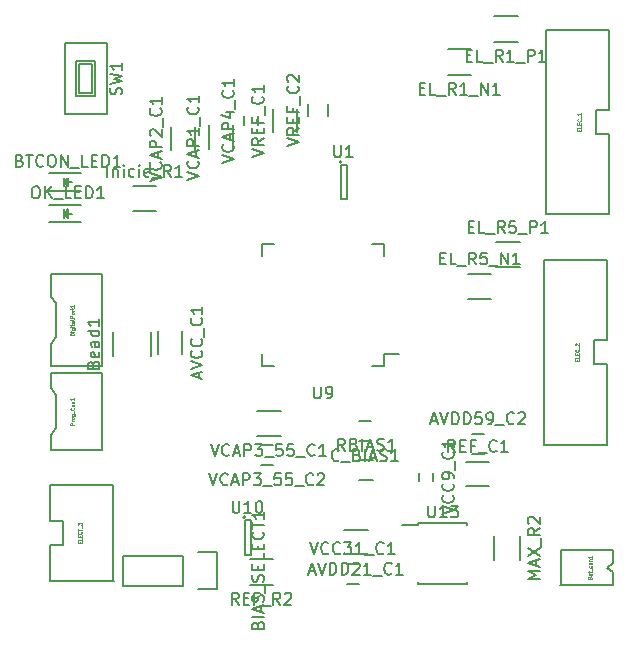
<source format=gto>
G04 #@! TF.FileFunction,Legend,Top*
%FSLAX46Y46*%
G04 Gerber Fmt 4.6, Leading zero omitted, Abs format (unit mm)*
G04 Created by KiCad (PCBNEW 4.0.0-rc2-stable) date 8/02/2016 3:26:42 p. m.*
%MOMM*%
G01*
G04 APERTURE LIST*
%ADD10C,0.150000*%
%ADD11C,0.129540*%
%ADD12C,0.076200*%
G04 APERTURE END LIST*
D10*
X149361000Y-71993000D02*
X149361000Y-69993000D01*
X147311000Y-69993000D02*
X147311000Y-71993000D01*
X163084000Y-88909000D02*
X165084000Y-88909000D01*
X165084000Y-86859000D02*
X163084000Y-86859000D01*
X174947200Y-78702800D02*
X173947200Y-78702800D01*
X173947200Y-80402800D02*
X174947200Y-80402800D01*
X146761200Y-72120760D02*
X146761200Y-70119240D01*
X143560800Y-71120000D02*
X143560800Y-70119240D01*
X143560800Y-71120000D02*
X143560800Y-72120760D01*
X138100000Y-58154000D02*
X140800000Y-58154000D01*
X138100000Y-56654000D02*
X140800000Y-56654000D01*
X139600000Y-57554000D02*
X139600000Y-57304000D01*
X139600000Y-57304000D02*
X139450000Y-57454000D01*
X139350000Y-57054000D02*
X139350000Y-57754000D01*
X139700000Y-57404000D02*
X140050000Y-57404000D01*
X139350000Y-57404000D02*
X139700000Y-57054000D01*
X139700000Y-57054000D02*
X139700000Y-57754000D01*
X139700000Y-57754000D02*
X139350000Y-57404000D01*
X164346000Y-79336000D02*
X165346000Y-79336000D01*
X165346000Y-77636000D02*
X164346000Y-77636000D01*
D11*
X138262360Y-65798700D02*
X138262360Y-65227200D01*
X138262360Y-65227200D02*
X142562580Y-65227200D01*
X142562580Y-65227200D02*
X142562580Y-65577720D01*
X138252200Y-71097140D02*
X138252200Y-72948800D01*
X138252200Y-72948800D02*
X142562580Y-72948800D01*
X142562580Y-72948800D02*
X142562580Y-71818500D01*
X142562580Y-67129660D02*
X142562580Y-65328800D01*
X138262360Y-65829180D02*
X138262360Y-67099180D01*
X138262360Y-67099180D02*
X138663680Y-67657980D01*
X138663680Y-67657980D02*
X138663680Y-70518020D01*
X138663680Y-70518020D02*
X138262360Y-71076820D01*
X142562580Y-71838820D02*
X142562580Y-70010020D01*
X142562580Y-70010020D02*
X142562580Y-70030340D01*
X142562580Y-68569840D02*
X142562580Y-67129660D01*
X142562580Y-68580000D02*
X142562580Y-70040500D01*
X142552420Y-67119500D02*
X142572740Y-67119500D01*
X142572740Y-67119500D02*
X142552420Y-67119500D01*
X142552420Y-67119500D02*
X142562580Y-67119500D01*
X142562580Y-67119500D02*
X142572740Y-67119500D01*
X142572740Y-67119500D02*
X142572740Y-67129660D01*
X138226800Y-83781900D02*
X138219180Y-83052920D01*
X138219180Y-83052920D02*
X143558260Y-83052920D01*
X138219180Y-91180920D02*
X143568420Y-91180920D01*
X143568420Y-91180920D02*
X143568420Y-91170760D01*
X143558260Y-83131660D02*
X143558260Y-83121500D01*
X143558260Y-90512900D02*
X143558260Y-91191080D01*
X138216640Y-90512900D02*
X138216640Y-91180920D01*
X143558260Y-83741260D02*
X143558260Y-83073240D01*
X143558260Y-83761580D02*
X143558260Y-90502740D01*
X138216640Y-90502740D02*
X138216640Y-88132920D01*
X138216640Y-88132920D02*
X139278360Y-88132920D01*
X139278360Y-88132920D02*
X139288520Y-86131400D01*
X139288520Y-86131400D02*
X138216640Y-86131400D01*
X138216640Y-86131400D02*
X138216640Y-83761580D01*
X185503820Y-48254920D02*
X185503820Y-44513500D01*
X185503820Y-44513500D02*
X180164740Y-44513500D01*
X180164740Y-44513500D02*
X180164740Y-48333660D01*
X185503820Y-55704740D02*
X185503820Y-60144660D01*
X185503820Y-60144660D02*
X180164740Y-60144660D01*
X180164740Y-60144660D02*
X180164740Y-56314340D01*
X180164740Y-56314340D02*
X180164740Y-56324500D01*
X180164740Y-48933100D02*
X180164740Y-48254920D01*
X185506360Y-48933100D02*
X185506360Y-48265080D01*
X180164740Y-55704740D02*
X180164740Y-56372760D01*
X180164740Y-55684420D02*
X180164740Y-48943260D01*
X185506360Y-48943260D02*
X185506360Y-51313080D01*
X185506360Y-51313080D02*
X184444640Y-51313080D01*
X184444640Y-51313080D02*
X184434480Y-53314600D01*
X184434480Y-53314600D02*
X185506360Y-53314600D01*
X185506360Y-53314600D02*
X185506360Y-55684420D01*
X185313320Y-67749420D02*
X185313320Y-64008000D01*
X185313320Y-64008000D02*
X179974240Y-64008000D01*
X179974240Y-64008000D02*
X179974240Y-67828160D01*
X185313320Y-75199240D02*
X185313320Y-79639160D01*
X185313320Y-79639160D02*
X179974240Y-79639160D01*
X179974240Y-79639160D02*
X179974240Y-75808840D01*
X179974240Y-75808840D02*
X179974240Y-75819000D01*
X179974240Y-68427600D02*
X179974240Y-67749420D01*
X185315860Y-68427600D02*
X185315860Y-67759580D01*
X179974240Y-75199240D02*
X179974240Y-75867260D01*
X179974240Y-75178920D02*
X179974240Y-68437760D01*
X185315860Y-68437760D02*
X185315860Y-70807580D01*
X185315860Y-70807580D02*
X184254140Y-70807580D01*
X184254140Y-70807580D02*
X184243980Y-72809100D01*
X184243980Y-72809100D02*
X185315860Y-72809100D01*
X185315860Y-72809100D02*
X185315860Y-75178920D01*
D10*
X171847000Y-46169000D02*
X173847000Y-46169000D01*
X173847000Y-48319000D02*
X171847000Y-48319000D01*
X175784000Y-43375000D02*
X177784000Y-43375000D01*
X177784000Y-45525000D02*
X175784000Y-45525000D01*
X175561500Y-67305500D02*
X173561500Y-67305500D01*
X173561500Y-65155500D02*
X175561500Y-65155500D01*
X177974500Y-64638500D02*
X175974500Y-64638500D01*
X175974500Y-62488500D02*
X177974500Y-62488500D01*
X147177000Y-59876000D02*
X145177000Y-59876000D01*
X145177000Y-57726000D02*
X147177000Y-57726000D01*
X175810600Y-89392000D02*
X175810600Y-87392000D01*
X177960600Y-87392000D02*
X177960600Y-89392000D01*
X138100000Y-60821000D02*
X140800000Y-60821000D01*
X138100000Y-59321000D02*
X140800000Y-59321000D01*
X139600000Y-60221000D02*
X139600000Y-59971000D01*
X139600000Y-59971000D02*
X139450000Y-60121000D01*
X139350000Y-59721000D02*
X139350000Y-60421000D01*
X139700000Y-60071000D02*
X140050000Y-60071000D01*
X139350000Y-60071000D02*
X139700000Y-59721000D01*
X139700000Y-59721000D02*
X139700000Y-60421000D01*
X139700000Y-60421000D02*
X139350000Y-60071000D01*
D11*
X142562580Y-75384660D02*
X142562580Y-73583800D01*
X142562580Y-73583800D02*
X138262360Y-73576180D01*
X138262360Y-73576180D02*
X138262360Y-74846180D01*
X138262360Y-74846180D02*
X138663680Y-75404980D01*
X138663680Y-75404980D02*
X138663680Y-78265020D01*
X138663680Y-78265020D02*
X138262360Y-78823820D01*
X138262360Y-78823820D02*
X138272520Y-80093820D01*
X138272520Y-80093820D02*
X138272520Y-80076040D01*
X138262360Y-80093820D02*
X142562580Y-80093820D01*
X142562580Y-80093820D02*
X142562580Y-78265020D01*
X142562580Y-78265020D02*
X142562580Y-78285340D01*
X142562580Y-76824840D02*
X142562580Y-75384660D01*
X142562580Y-76835000D02*
X142562580Y-78295500D01*
X142552420Y-75374500D02*
X142572740Y-75374500D01*
X142572740Y-75374500D02*
X142552420Y-75374500D01*
X142552420Y-75374500D02*
X142562580Y-75374500D01*
X142562580Y-75374500D02*
X142572740Y-75374500D01*
X142572740Y-75374500D02*
X142572740Y-75384660D01*
D10*
X165573000Y-82663000D02*
X164373000Y-82663000D01*
X164373000Y-80913000D02*
X165573000Y-80913000D01*
X175396400Y-81067800D02*
X173396400Y-81067800D01*
X173396400Y-83117800D02*
X175396400Y-83117800D01*
X155083000Y-89349000D02*
X157083000Y-89349000D01*
X157083000Y-91499000D02*
X155083000Y-91499000D01*
X162868000Y-55704000D02*
G75*
G03X162868000Y-55704000I-100000J0D01*
G01*
X163318000Y-55954000D02*
X162818000Y-55954000D01*
X163318000Y-58854000D02*
X163318000Y-55954000D01*
X162818000Y-58854000D02*
X163318000Y-58854000D01*
X162818000Y-55954000D02*
X162818000Y-58854000D01*
X166465000Y-72993000D02*
X166465000Y-71943000D01*
X156115000Y-72993000D02*
X156115000Y-71943000D01*
X156115000Y-62643000D02*
X156115000Y-63693000D01*
X166465000Y-62643000D02*
X166465000Y-63693000D01*
X166465000Y-72993000D02*
X165415000Y-72993000D01*
X166465000Y-62643000D02*
X165415000Y-62643000D01*
X156115000Y-62643000D02*
X157165000Y-62643000D01*
X156115000Y-72993000D02*
X157165000Y-72993000D01*
X166465000Y-71943000D02*
X167740000Y-71943000D01*
X154740000Y-85803000D02*
G75*
G03X154740000Y-85803000I-100000J0D01*
G01*
X155190000Y-86053000D02*
X154690000Y-86053000D01*
X155190000Y-88953000D02*
X155190000Y-86053000D01*
X154690000Y-88953000D02*
X155190000Y-88953000D01*
X154690000Y-86053000D02*
X154690000Y-88953000D01*
X169375000Y-86274200D02*
X169375000Y-86419200D01*
X173525000Y-86274200D02*
X173525000Y-86419200D01*
X173525000Y-91424200D02*
X173525000Y-91279200D01*
X169375000Y-91424200D02*
X169375000Y-91279200D01*
X169375000Y-86274200D02*
X173525000Y-86274200D01*
X169375000Y-91424200D02*
X173525000Y-91424200D01*
X169375000Y-86419200D02*
X167975000Y-86419200D01*
X151629000Y-52594000D02*
X151629000Y-54594000D01*
X153679000Y-54594000D02*
X153679000Y-52594000D01*
X148454000Y-52721000D02*
X148454000Y-54721000D01*
X150504000Y-54721000D02*
X150504000Y-52721000D01*
X155718000Y-78876000D02*
X157718000Y-78876000D01*
X157718000Y-76826000D02*
X155718000Y-76826000D01*
X156091000Y-81368000D02*
X157091000Y-81368000D01*
X157091000Y-79668000D02*
X156091000Y-79668000D01*
X154594000Y-52547000D02*
X154594000Y-51847000D01*
X155794000Y-51847000D02*
X155794000Y-52547000D01*
X170627600Y-81996800D02*
X170627600Y-82696800D01*
X169427600Y-82696800D02*
X169427600Y-81996800D01*
X164330000Y-89701000D02*
X163330000Y-89701000D01*
X163330000Y-91401000D02*
X164330000Y-91401000D01*
X157090000Y-51197000D02*
X157090000Y-53197000D01*
X159140000Y-53197000D02*
X159140000Y-51197000D01*
X160059000Y-50808000D02*
X160059000Y-51808000D01*
X161759000Y-51808000D02*
X161759000Y-50808000D01*
X141774220Y-47401110D02*
X141774220Y-49901110D01*
X141774220Y-49901110D02*
X140674220Y-49901110D01*
X140674220Y-49901110D02*
X140674220Y-47401110D01*
X140674220Y-47401110D02*
X141774220Y-47401110D01*
X140424220Y-47151110D02*
X140424220Y-50151110D01*
X142024220Y-47151110D02*
X142024220Y-50151110D01*
X142024220Y-50151110D02*
X140424220Y-50151110D01*
X142024220Y-47151110D02*
X140424220Y-47151110D01*
X139474220Y-45651110D02*
X139474220Y-51651110D01*
X142974220Y-45651110D02*
X142974220Y-51651110D01*
X142974220Y-45651110D02*
X139474220Y-45651110D01*
X142974220Y-51651110D02*
X139474220Y-51651110D01*
D11*
X181414420Y-90053160D02*
X181414420Y-91493340D01*
X181414420Y-90043000D02*
X181414420Y-88582500D01*
X181414420Y-88582500D02*
X185813700Y-88582500D01*
X185813700Y-88582500D02*
X185813700Y-89644220D01*
X185813700Y-89644220D02*
X185374280Y-90043000D01*
X185374280Y-90043000D02*
X185834020Y-90441780D01*
X185834020Y-90441780D02*
X185834020Y-91503500D01*
X185834020Y-91503500D02*
X181424580Y-91503500D01*
X181424580Y-91503500D02*
X181404260Y-91503500D01*
X181404260Y-91503500D02*
X181424580Y-91503500D01*
X181424580Y-91503500D02*
X181414420Y-91503500D01*
X181414420Y-91503500D02*
X181404260Y-91503500D01*
X181404260Y-91503500D02*
X181404260Y-91493340D01*
D10*
X149479000Y-89027000D02*
X144399000Y-89027000D01*
X144399000Y-89027000D02*
X144399000Y-91567000D01*
X144399000Y-91567000D02*
X149479000Y-91567000D01*
X152299000Y-91847000D02*
X150749000Y-91847000D01*
X149479000Y-91567000D02*
X149479000Y-89027000D01*
X150749000Y-88747000D02*
X152299000Y-88747000D01*
X152299000Y-88747000D02*
X152299000Y-91847000D01*
X150802667Y-74016810D02*
X150802667Y-73540619D01*
X151088381Y-74112048D02*
X150088381Y-73778715D01*
X151088381Y-73445381D01*
X150088381Y-73254905D02*
X151088381Y-72921572D01*
X150088381Y-72588238D01*
X150993143Y-71683476D02*
X151040762Y-71731095D01*
X151088381Y-71873952D01*
X151088381Y-71969190D01*
X151040762Y-72112048D01*
X150945524Y-72207286D01*
X150850286Y-72254905D01*
X150659810Y-72302524D01*
X150516952Y-72302524D01*
X150326476Y-72254905D01*
X150231238Y-72207286D01*
X150136000Y-72112048D01*
X150088381Y-71969190D01*
X150088381Y-71873952D01*
X150136000Y-71731095D01*
X150183619Y-71683476D01*
X150993143Y-70683476D02*
X151040762Y-70731095D01*
X151088381Y-70873952D01*
X151088381Y-70969190D01*
X151040762Y-71112048D01*
X150945524Y-71207286D01*
X150850286Y-71254905D01*
X150659810Y-71302524D01*
X150516952Y-71302524D01*
X150326476Y-71254905D01*
X150231238Y-71207286D01*
X150136000Y-71112048D01*
X150088381Y-70969190D01*
X150088381Y-70873952D01*
X150136000Y-70731095D01*
X150183619Y-70683476D01*
X151183619Y-70493000D02*
X151183619Y-69731095D01*
X150993143Y-68921571D02*
X151040762Y-68969190D01*
X151088381Y-69112047D01*
X151088381Y-69207285D01*
X151040762Y-69350143D01*
X150945524Y-69445381D01*
X150850286Y-69493000D01*
X150659810Y-69540619D01*
X150516952Y-69540619D01*
X150326476Y-69493000D01*
X150231238Y-69445381D01*
X150136000Y-69350143D01*
X150088381Y-69207285D01*
X150088381Y-69112047D01*
X150136000Y-68969190D01*
X150183619Y-68921571D01*
X151088381Y-67969190D02*
X151088381Y-68540619D01*
X151088381Y-68254905D02*
X150088381Y-68254905D01*
X150231238Y-68350143D01*
X150326476Y-68445381D01*
X150374095Y-68540619D01*
X160107809Y-90350667D02*
X160584000Y-90350667D01*
X160012571Y-90636381D02*
X160345904Y-89636381D01*
X160679238Y-90636381D01*
X160869714Y-89636381D02*
X161203047Y-90636381D01*
X161536381Y-89636381D01*
X161869714Y-90636381D02*
X161869714Y-89636381D01*
X162107809Y-89636381D01*
X162250667Y-89684000D01*
X162345905Y-89779238D01*
X162393524Y-89874476D01*
X162441143Y-90064952D01*
X162441143Y-90207810D01*
X162393524Y-90398286D01*
X162345905Y-90493524D01*
X162250667Y-90588762D01*
X162107809Y-90636381D01*
X161869714Y-90636381D01*
X162869714Y-90636381D02*
X162869714Y-89636381D01*
X163107809Y-89636381D01*
X163250667Y-89684000D01*
X163345905Y-89779238D01*
X163393524Y-89874476D01*
X163441143Y-90064952D01*
X163441143Y-90207810D01*
X163393524Y-90398286D01*
X163345905Y-90493524D01*
X163250667Y-90588762D01*
X163107809Y-90636381D01*
X162869714Y-90636381D01*
X163822095Y-89731619D02*
X163869714Y-89684000D01*
X163964952Y-89636381D01*
X164203048Y-89636381D01*
X164298286Y-89684000D01*
X164345905Y-89731619D01*
X164393524Y-89826857D01*
X164393524Y-89922095D01*
X164345905Y-90064952D01*
X163774476Y-90636381D01*
X164393524Y-90636381D01*
X165345905Y-90636381D02*
X164774476Y-90636381D01*
X165060190Y-90636381D02*
X165060190Y-89636381D01*
X164964952Y-89779238D01*
X164869714Y-89874476D01*
X164774476Y-89922095D01*
X165536381Y-90731619D02*
X166298286Y-90731619D01*
X167107810Y-90541143D02*
X167060191Y-90588762D01*
X166917334Y-90636381D01*
X166822096Y-90636381D01*
X166679238Y-90588762D01*
X166584000Y-90493524D01*
X166536381Y-90398286D01*
X166488762Y-90207810D01*
X166488762Y-90064952D01*
X166536381Y-89874476D01*
X166584000Y-89779238D01*
X166679238Y-89684000D01*
X166822096Y-89636381D01*
X166917334Y-89636381D01*
X167060191Y-89684000D01*
X167107810Y-89731619D01*
X168060191Y-90636381D02*
X167488762Y-90636381D01*
X167774476Y-90636381D02*
X167774476Y-89636381D01*
X167679238Y-89779238D01*
X167584000Y-89874476D01*
X167488762Y-89922095D01*
X170471009Y-77619467D02*
X170947200Y-77619467D01*
X170375771Y-77905181D02*
X170709104Y-76905181D01*
X171042438Y-77905181D01*
X171232914Y-76905181D02*
X171566247Y-77905181D01*
X171899581Y-76905181D01*
X172232914Y-77905181D02*
X172232914Y-76905181D01*
X172471009Y-76905181D01*
X172613867Y-76952800D01*
X172709105Y-77048038D01*
X172756724Y-77143276D01*
X172804343Y-77333752D01*
X172804343Y-77476610D01*
X172756724Y-77667086D01*
X172709105Y-77762324D01*
X172613867Y-77857562D01*
X172471009Y-77905181D01*
X172232914Y-77905181D01*
X173232914Y-77905181D02*
X173232914Y-76905181D01*
X173471009Y-76905181D01*
X173613867Y-76952800D01*
X173709105Y-77048038D01*
X173756724Y-77143276D01*
X173804343Y-77333752D01*
X173804343Y-77476610D01*
X173756724Y-77667086D01*
X173709105Y-77762324D01*
X173613867Y-77857562D01*
X173471009Y-77905181D01*
X173232914Y-77905181D01*
X174709105Y-76905181D02*
X174232914Y-76905181D01*
X174185295Y-77381371D01*
X174232914Y-77333752D01*
X174328152Y-77286133D01*
X174566248Y-77286133D01*
X174661486Y-77333752D01*
X174709105Y-77381371D01*
X174756724Y-77476610D01*
X174756724Y-77714705D01*
X174709105Y-77809943D01*
X174661486Y-77857562D01*
X174566248Y-77905181D01*
X174328152Y-77905181D01*
X174232914Y-77857562D01*
X174185295Y-77809943D01*
X175232914Y-77905181D02*
X175423390Y-77905181D01*
X175518629Y-77857562D01*
X175566248Y-77809943D01*
X175661486Y-77667086D01*
X175709105Y-77476610D01*
X175709105Y-77095657D01*
X175661486Y-77000419D01*
X175613867Y-76952800D01*
X175518629Y-76905181D01*
X175328152Y-76905181D01*
X175232914Y-76952800D01*
X175185295Y-77000419D01*
X175137676Y-77095657D01*
X175137676Y-77333752D01*
X175185295Y-77428990D01*
X175232914Y-77476610D01*
X175328152Y-77524229D01*
X175518629Y-77524229D01*
X175613867Y-77476610D01*
X175661486Y-77428990D01*
X175709105Y-77333752D01*
X175899581Y-78000419D02*
X176661486Y-78000419D01*
X177471010Y-77809943D02*
X177423391Y-77857562D01*
X177280534Y-77905181D01*
X177185296Y-77905181D01*
X177042438Y-77857562D01*
X176947200Y-77762324D01*
X176899581Y-77667086D01*
X176851962Y-77476610D01*
X176851962Y-77333752D01*
X176899581Y-77143276D01*
X176947200Y-77048038D01*
X177042438Y-76952800D01*
X177185296Y-76905181D01*
X177280534Y-76905181D01*
X177423391Y-76952800D01*
X177471010Y-77000419D01*
X177851962Y-77000419D02*
X177899581Y-76952800D01*
X177994819Y-76905181D01*
X178232915Y-76905181D01*
X178328153Y-76952800D01*
X178375772Y-77000419D01*
X178423391Y-77095657D01*
X178423391Y-77190895D01*
X178375772Y-77333752D01*
X177804343Y-77905181D01*
X178423391Y-77905181D01*
X141838371Y-72858095D02*
X141885990Y-72715238D01*
X141933610Y-72667619D01*
X142028848Y-72620000D01*
X142171705Y-72620000D01*
X142266943Y-72667619D01*
X142314562Y-72715238D01*
X142362181Y-72810476D01*
X142362181Y-73191429D01*
X141362181Y-73191429D01*
X141362181Y-72858095D01*
X141409800Y-72762857D01*
X141457419Y-72715238D01*
X141552657Y-72667619D01*
X141647895Y-72667619D01*
X141743133Y-72715238D01*
X141790752Y-72762857D01*
X141838371Y-72858095D01*
X141838371Y-73191429D01*
X142314562Y-71810476D02*
X142362181Y-71905714D01*
X142362181Y-72096191D01*
X142314562Y-72191429D01*
X142219324Y-72239048D01*
X141838371Y-72239048D01*
X141743133Y-72191429D01*
X141695514Y-72096191D01*
X141695514Y-71905714D01*
X141743133Y-71810476D01*
X141838371Y-71762857D01*
X141933610Y-71762857D01*
X142028848Y-72239048D01*
X142362181Y-70905714D02*
X141838371Y-70905714D01*
X141743133Y-70953333D01*
X141695514Y-71048571D01*
X141695514Y-71239048D01*
X141743133Y-71334286D01*
X142314562Y-70905714D02*
X142362181Y-71000952D01*
X142362181Y-71239048D01*
X142314562Y-71334286D01*
X142219324Y-71381905D01*
X142124086Y-71381905D01*
X142028848Y-71334286D01*
X141981229Y-71239048D01*
X141981229Y-71000952D01*
X141933610Y-70905714D01*
X142362181Y-70000952D02*
X141362181Y-70000952D01*
X142314562Y-70000952D02*
X142362181Y-70096190D01*
X142362181Y-70286667D01*
X142314562Y-70381905D01*
X142266943Y-70429524D01*
X142171705Y-70477143D01*
X141885990Y-70477143D01*
X141790752Y-70429524D01*
X141743133Y-70381905D01*
X141695514Y-70286667D01*
X141695514Y-70096190D01*
X141743133Y-70000952D01*
X142362181Y-69000952D02*
X142362181Y-69572381D01*
X142362181Y-69286667D02*
X141362181Y-69286667D01*
X141505038Y-69381905D01*
X141600276Y-69477143D01*
X141647895Y-69572381D01*
X135628572Y-55582571D02*
X135771429Y-55630190D01*
X135819048Y-55677810D01*
X135866667Y-55773048D01*
X135866667Y-55915905D01*
X135819048Y-56011143D01*
X135771429Y-56058762D01*
X135676191Y-56106381D01*
X135295238Y-56106381D01*
X135295238Y-55106381D01*
X135628572Y-55106381D01*
X135723810Y-55154000D01*
X135771429Y-55201619D01*
X135819048Y-55296857D01*
X135819048Y-55392095D01*
X135771429Y-55487333D01*
X135723810Y-55534952D01*
X135628572Y-55582571D01*
X135295238Y-55582571D01*
X136152381Y-55106381D02*
X136723810Y-55106381D01*
X136438095Y-56106381D02*
X136438095Y-55106381D01*
X137628572Y-56011143D02*
X137580953Y-56058762D01*
X137438096Y-56106381D01*
X137342858Y-56106381D01*
X137200000Y-56058762D01*
X137104762Y-55963524D01*
X137057143Y-55868286D01*
X137009524Y-55677810D01*
X137009524Y-55534952D01*
X137057143Y-55344476D01*
X137104762Y-55249238D01*
X137200000Y-55154000D01*
X137342858Y-55106381D01*
X137438096Y-55106381D01*
X137580953Y-55154000D01*
X137628572Y-55201619D01*
X138247619Y-55106381D02*
X138438096Y-55106381D01*
X138533334Y-55154000D01*
X138628572Y-55249238D01*
X138676191Y-55439714D01*
X138676191Y-55773048D01*
X138628572Y-55963524D01*
X138533334Y-56058762D01*
X138438096Y-56106381D01*
X138247619Y-56106381D01*
X138152381Y-56058762D01*
X138057143Y-55963524D01*
X138009524Y-55773048D01*
X138009524Y-55439714D01*
X138057143Y-55249238D01*
X138152381Y-55154000D01*
X138247619Y-55106381D01*
X139104762Y-56106381D02*
X139104762Y-55106381D01*
X139676191Y-56106381D01*
X139676191Y-55106381D01*
X139914286Y-56201619D02*
X140676191Y-56201619D01*
X141390477Y-56106381D02*
X140914286Y-56106381D01*
X140914286Y-55106381D01*
X141723810Y-55582571D02*
X142057144Y-55582571D01*
X142200001Y-56106381D02*
X141723810Y-56106381D01*
X141723810Y-55106381D01*
X142200001Y-55106381D01*
X142628572Y-56106381D02*
X142628572Y-55106381D01*
X142866667Y-55106381D01*
X143009525Y-55154000D01*
X143104763Y-55249238D01*
X143152382Y-55344476D01*
X143200001Y-55534952D01*
X143200001Y-55677810D01*
X143152382Y-55868286D01*
X143104763Y-55963524D01*
X143009525Y-56058762D01*
X142866667Y-56106381D01*
X142628572Y-56106381D01*
X144152382Y-56106381D02*
X143580953Y-56106381D01*
X143866667Y-56106381D02*
X143866667Y-55106381D01*
X143771429Y-55249238D01*
X143676191Y-55344476D01*
X143580953Y-55392095D01*
X162655524Y-80943143D02*
X162607905Y-80990762D01*
X162465048Y-81038381D01*
X162369810Y-81038381D01*
X162226952Y-80990762D01*
X162131714Y-80895524D01*
X162084095Y-80800286D01*
X162036476Y-80609810D01*
X162036476Y-80466952D01*
X162084095Y-80276476D01*
X162131714Y-80181238D01*
X162226952Y-80086000D01*
X162369810Y-80038381D01*
X162465048Y-80038381D01*
X162607905Y-80086000D01*
X162655524Y-80133619D01*
X162846000Y-81133619D02*
X163607905Y-81133619D01*
X164179334Y-80514571D02*
X164322191Y-80562190D01*
X164369810Y-80609810D01*
X164417429Y-80705048D01*
X164417429Y-80847905D01*
X164369810Y-80943143D01*
X164322191Y-80990762D01*
X164226953Y-81038381D01*
X163846000Y-81038381D01*
X163846000Y-80038381D01*
X164179334Y-80038381D01*
X164274572Y-80086000D01*
X164322191Y-80133619D01*
X164369810Y-80228857D01*
X164369810Y-80324095D01*
X164322191Y-80419333D01*
X164274572Y-80466952D01*
X164179334Y-80514571D01*
X163846000Y-80514571D01*
X164846000Y-81038381D02*
X164846000Y-80038381D01*
X165274571Y-80752667D02*
X165750762Y-80752667D01*
X165179333Y-81038381D02*
X165512666Y-80038381D01*
X165846000Y-81038381D01*
X166131714Y-80990762D02*
X166274571Y-81038381D01*
X166512667Y-81038381D01*
X166607905Y-80990762D01*
X166655524Y-80943143D01*
X166703143Y-80847905D01*
X166703143Y-80752667D01*
X166655524Y-80657429D01*
X166607905Y-80609810D01*
X166512667Y-80562190D01*
X166322190Y-80514571D01*
X166226952Y-80466952D01*
X166179333Y-80419333D01*
X166131714Y-80324095D01*
X166131714Y-80228857D01*
X166179333Y-80133619D01*
X166226952Y-80086000D01*
X166322190Y-80038381D01*
X166560286Y-80038381D01*
X166703143Y-80086000D01*
X167655524Y-81038381D02*
X167084095Y-81038381D01*
X167369809Y-81038381D02*
X167369809Y-80038381D01*
X167274571Y-80181238D01*
X167179333Y-80276476D01*
X167084095Y-80324095D01*
D12*
X140218886Y-70372514D02*
X139914086Y-70372514D01*
X139914086Y-70299942D01*
X139928600Y-70256399D01*
X139957629Y-70227371D01*
X139986657Y-70212856D01*
X140044714Y-70198342D01*
X140088257Y-70198342D01*
X140146314Y-70212856D01*
X140175343Y-70227371D01*
X140204371Y-70256399D01*
X140218886Y-70299942D01*
X140218886Y-70372514D01*
X140218886Y-70067714D02*
X140015686Y-70067714D01*
X139914086Y-70067714D02*
X139928600Y-70082228D01*
X139943114Y-70067714D01*
X139928600Y-70053199D01*
X139914086Y-70067714D01*
X139943114Y-70067714D01*
X140015686Y-69791942D02*
X140262429Y-69791942D01*
X140291457Y-69806456D01*
X140305971Y-69820971D01*
X140320486Y-69849999D01*
X140320486Y-69893542D01*
X140305971Y-69922571D01*
X140204371Y-69791942D02*
X140218886Y-69820971D01*
X140218886Y-69879028D01*
X140204371Y-69908056D01*
X140189857Y-69922571D01*
X140160829Y-69937085D01*
X140073743Y-69937085D01*
X140044714Y-69922571D01*
X140030200Y-69908056D01*
X140015686Y-69879028D01*
X140015686Y-69820971D01*
X140030200Y-69791942D01*
X140218886Y-69646800D02*
X140015686Y-69646800D01*
X139914086Y-69646800D02*
X139928600Y-69661314D01*
X139943114Y-69646800D01*
X139928600Y-69632285D01*
X139914086Y-69646800D01*
X139943114Y-69646800D01*
X140015686Y-69545199D02*
X140015686Y-69429085D01*
X139914086Y-69501657D02*
X140175343Y-69501657D01*
X140204371Y-69487142D01*
X140218886Y-69458114D01*
X140218886Y-69429085D01*
X140218886Y-69196857D02*
X140059229Y-69196857D01*
X140030200Y-69211371D01*
X140015686Y-69240400D01*
X140015686Y-69298457D01*
X140030200Y-69327486D01*
X140204371Y-69196857D02*
X140218886Y-69225886D01*
X140218886Y-69298457D01*
X140204371Y-69327486D01*
X140175343Y-69342000D01*
X140146314Y-69342000D01*
X140117286Y-69327486D01*
X140102771Y-69298457D01*
X140102771Y-69225886D01*
X140088257Y-69196857D01*
X140218886Y-69008172D02*
X140204371Y-69037200D01*
X140175343Y-69051715D01*
X139914086Y-69051715D01*
X140218886Y-68892058D02*
X139914086Y-68892058D01*
X139914086Y-68775943D01*
X139928600Y-68746915D01*
X139943114Y-68732400D01*
X139972143Y-68717886D01*
X140015686Y-68717886D01*
X140044714Y-68732400D01*
X140059229Y-68746915D01*
X140073743Y-68775943D01*
X140073743Y-68892058D01*
X140218886Y-68543715D02*
X140204371Y-68572743D01*
X140189857Y-68587258D01*
X140160829Y-68601772D01*
X140073743Y-68601772D01*
X140044714Y-68587258D01*
X140030200Y-68572743D01*
X140015686Y-68543715D01*
X140015686Y-68500172D01*
X140030200Y-68471143D01*
X140044714Y-68456629D01*
X140073743Y-68442115D01*
X140160829Y-68442115D01*
X140189857Y-68456629D01*
X140204371Y-68471143D01*
X140218886Y-68500172D01*
X140218886Y-68543715D01*
X140218886Y-68311487D02*
X140015686Y-68311487D01*
X140073743Y-68311487D02*
X140044714Y-68296972D01*
X140030200Y-68282458D01*
X140015686Y-68253429D01*
X140015686Y-68224401D01*
X140015686Y-68166343D02*
X140015686Y-68050229D01*
X139914086Y-68122801D02*
X140175343Y-68122801D01*
X140204371Y-68108286D01*
X140218886Y-68079258D01*
X140218886Y-68050229D01*
X140218886Y-67788972D02*
X140218886Y-67963144D01*
X140218886Y-67876058D02*
X139914086Y-67876058D01*
X139957629Y-67905087D01*
X139986657Y-67934115D01*
X140001171Y-67963144D01*
X140694229Y-87978343D02*
X140694229Y-87876743D01*
X140853886Y-87833200D02*
X140853886Y-87978343D01*
X140549086Y-87978343D01*
X140549086Y-87833200D01*
X140853886Y-87557429D02*
X140853886Y-87702572D01*
X140549086Y-87702572D01*
X140694229Y-87455829D02*
X140694229Y-87354229D01*
X140853886Y-87310686D02*
X140853886Y-87455829D01*
X140549086Y-87455829D01*
X140549086Y-87310686D01*
X140824857Y-87005886D02*
X140839371Y-87020400D01*
X140853886Y-87063943D01*
X140853886Y-87092972D01*
X140839371Y-87136515D01*
X140810343Y-87165543D01*
X140781314Y-87180058D01*
X140723257Y-87194572D01*
X140679714Y-87194572D01*
X140621657Y-87180058D01*
X140592629Y-87165543D01*
X140563600Y-87136515D01*
X140549086Y-87092972D01*
X140549086Y-87063943D01*
X140563600Y-87020400D01*
X140578114Y-87005886D01*
X140549086Y-86918800D02*
X140549086Y-86744629D01*
X140853886Y-86831715D02*
X140549086Y-86831715D01*
X140882914Y-86715600D02*
X140882914Y-86483371D01*
X140549086Y-86439828D02*
X140549086Y-86251142D01*
X140665200Y-86352742D01*
X140665200Y-86309200D01*
X140679714Y-86280171D01*
X140694229Y-86265657D01*
X140723257Y-86251142D01*
X140795829Y-86251142D01*
X140824857Y-86265657D01*
X140839371Y-86280171D01*
X140853886Y-86309200D01*
X140853886Y-86396285D01*
X140839371Y-86425314D01*
X140824857Y-86439828D01*
X182985229Y-53064229D02*
X182985229Y-52962629D01*
X183144886Y-52919086D02*
X183144886Y-53064229D01*
X182840086Y-53064229D01*
X182840086Y-52919086D01*
X183144886Y-52643315D02*
X183144886Y-52788458D01*
X182840086Y-52788458D01*
X182985229Y-52541715D02*
X182985229Y-52440115D01*
X183144886Y-52396572D02*
X183144886Y-52541715D01*
X182840086Y-52541715D01*
X182840086Y-52396572D01*
X183115857Y-52091772D02*
X183130371Y-52106286D01*
X183144886Y-52149829D01*
X183144886Y-52178858D01*
X183130371Y-52222401D01*
X183101343Y-52251429D01*
X183072314Y-52265944D01*
X183014257Y-52280458D01*
X182970714Y-52280458D01*
X182912657Y-52265944D01*
X182883629Y-52251429D01*
X182854600Y-52222401D01*
X182840086Y-52178858D01*
X182840086Y-52149829D01*
X182854600Y-52106286D01*
X182869114Y-52091772D01*
X183173914Y-52033715D02*
X183173914Y-51801486D01*
X183144886Y-51569257D02*
X183144886Y-51743429D01*
X183144886Y-51656343D02*
X182840086Y-51656343D01*
X182883629Y-51685372D01*
X182912657Y-51714400D01*
X182927171Y-51743429D01*
X182794729Y-72558729D02*
X182794729Y-72457129D01*
X182954386Y-72413586D02*
X182954386Y-72558729D01*
X182649586Y-72558729D01*
X182649586Y-72413586D01*
X182954386Y-72137815D02*
X182954386Y-72282958D01*
X182649586Y-72282958D01*
X182794729Y-72036215D02*
X182794729Y-71934615D01*
X182954386Y-71891072D02*
X182954386Y-72036215D01*
X182649586Y-72036215D01*
X182649586Y-71891072D01*
X182925357Y-71586272D02*
X182939871Y-71600786D01*
X182954386Y-71644329D01*
X182954386Y-71673358D01*
X182939871Y-71716901D01*
X182910843Y-71745929D01*
X182881814Y-71760444D01*
X182823757Y-71774958D01*
X182780214Y-71774958D01*
X182722157Y-71760444D01*
X182693129Y-71745929D01*
X182664100Y-71716901D01*
X182649586Y-71673358D01*
X182649586Y-71644329D01*
X182664100Y-71600786D01*
X182678614Y-71586272D01*
X182983414Y-71528215D02*
X182983414Y-71295986D01*
X182678614Y-71237929D02*
X182664100Y-71223415D01*
X182649586Y-71194386D01*
X182649586Y-71121815D01*
X182664100Y-71092786D01*
X182678614Y-71078272D01*
X182707643Y-71063757D01*
X182736671Y-71063757D01*
X182780214Y-71078272D01*
X182954386Y-71252443D01*
X182954386Y-71063757D01*
D10*
X169489857Y-49472571D02*
X169823191Y-49472571D01*
X169966048Y-49996381D02*
X169489857Y-49996381D01*
X169489857Y-48996381D01*
X169966048Y-48996381D01*
X170870810Y-49996381D02*
X170394619Y-49996381D01*
X170394619Y-48996381D01*
X170966048Y-50091619D02*
X171727953Y-50091619D01*
X172537477Y-49996381D02*
X172204143Y-49520190D01*
X171966048Y-49996381D02*
X171966048Y-48996381D01*
X172347001Y-48996381D01*
X172442239Y-49044000D01*
X172489858Y-49091619D01*
X172537477Y-49186857D01*
X172537477Y-49329714D01*
X172489858Y-49424952D01*
X172442239Y-49472571D01*
X172347001Y-49520190D01*
X171966048Y-49520190D01*
X173489858Y-49996381D02*
X172918429Y-49996381D01*
X173204143Y-49996381D02*
X173204143Y-48996381D01*
X173108905Y-49139238D01*
X173013667Y-49234476D01*
X172918429Y-49282095D01*
X173680334Y-50091619D02*
X174442239Y-50091619D01*
X174680334Y-49996381D02*
X174680334Y-48996381D01*
X175251763Y-49996381D01*
X175251763Y-48996381D01*
X176251763Y-49996381D02*
X175680334Y-49996381D01*
X175966048Y-49996381D02*
X175966048Y-48996381D01*
X175870810Y-49139238D01*
X175775572Y-49234476D01*
X175680334Y-49282095D01*
X173450666Y-46678571D02*
X173784000Y-46678571D01*
X173926857Y-47202381D02*
X173450666Y-47202381D01*
X173450666Y-46202381D01*
X173926857Y-46202381D01*
X174831619Y-47202381D02*
X174355428Y-47202381D01*
X174355428Y-46202381D01*
X174926857Y-47297619D02*
X175688762Y-47297619D01*
X176498286Y-47202381D02*
X176164952Y-46726190D01*
X175926857Y-47202381D02*
X175926857Y-46202381D01*
X176307810Y-46202381D01*
X176403048Y-46250000D01*
X176450667Y-46297619D01*
X176498286Y-46392857D01*
X176498286Y-46535714D01*
X176450667Y-46630952D01*
X176403048Y-46678571D01*
X176307810Y-46726190D01*
X175926857Y-46726190D01*
X177450667Y-47202381D02*
X176879238Y-47202381D01*
X177164952Y-47202381D02*
X177164952Y-46202381D01*
X177069714Y-46345238D01*
X176974476Y-46440476D01*
X176879238Y-46488095D01*
X177641143Y-47297619D02*
X178403048Y-47297619D01*
X178641143Y-47202381D02*
X178641143Y-46202381D01*
X179022096Y-46202381D01*
X179117334Y-46250000D01*
X179164953Y-46297619D01*
X179212572Y-46392857D01*
X179212572Y-46535714D01*
X179164953Y-46630952D01*
X179117334Y-46678571D01*
X179022096Y-46726190D01*
X178641143Y-46726190D01*
X180164953Y-47202381D02*
X179593524Y-47202381D01*
X179879238Y-47202381D02*
X179879238Y-46202381D01*
X179784000Y-46345238D01*
X179688762Y-46440476D01*
X179593524Y-46488095D01*
X171204357Y-63859071D02*
X171537691Y-63859071D01*
X171680548Y-64382881D02*
X171204357Y-64382881D01*
X171204357Y-63382881D01*
X171680548Y-63382881D01*
X172585310Y-64382881D02*
X172109119Y-64382881D01*
X172109119Y-63382881D01*
X172680548Y-64478119D02*
X173442453Y-64478119D01*
X174251977Y-64382881D02*
X173918643Y-63906690D01*
X173680548Y-64382881D02*
X173680548Y-63382881D01*
X174061501Y-63382881D01*
X174156739Y-63430500D01*
X174204358Y-63478119D01*
X174251977Y-63573357D01*
X174251977Y-63716214D01*
X174204358Y-63811452D01*
X174156739Y-63859071D01*
X174061501Y-63906690D01*
X173680548Y-63906690D01*
X175156739Y-63382881D02*
X174680548Y-63382881D01*
X174632929Y-63859071D01*
X174680548Y-63811452D01*
X174775786Y-63763833D01*
X175013882Y-63763833D01*
X175109120Y-63811452D01*
X175156739Y-63859071D01*
X175204358Y-63954310D01*
X175204358Y-64192405D01*
X175156739Y-64287643D01*
X175109120Y-64335262D01*
X175013882Y-64382881D01*
X174775786Y-64382881D01*
X174680548Y-64335262D01*
X174632929Y-64287643D01*
X175394834Y-64478119D02*
X176156739Y-64478119D01*
X176394834Y-64382881D02*
X176394834Y-63382881D01*
X176966263Y-64382881D01*
X176966263Y-63382881D01*
X177966263Y-64382881D02*
X177394834Y-64382881D01*
X177680548Y-64382881D02*
X177680548Y-63382881D01*
X177585310Y-63525738D01*
X177490072Y-63620976D01*
X177394834Y-63668595D01*
X173641166Y-61192071D02*
X173974500Y-61192071D01*
X174117357Y-61715881D02*
X173641166Y-61715881D01*
X173641166Y-60715881D01*
X174117357Y-60715881D01*
X175022119Y-61715881D02*
X174545928Y-61715881D01*
X174545928Y-60715881D01*
X175117357Y-61811119D02*
X175879262Y-61811119D01*
X176688786Y-61715881D02*
X176355452Y-61239690D01*
X176117357Y-61715881D02*
X176117357Y-60715881D01*
X176498310Y-60715881D01*
X176593548Y-60763500D01*
X176641167Y-60811119D01*
X176688786Y-60906357D01*
X176688786Y-61049214D01*
X176641167Y-61144452D01*
X176593548Y-61192071D01*
X176498310Y-61239690D01*
X176117357Y-61239690D01*
X177593548Y-60715881D02*
X177117357Y-60715881D01*
X177069738Y-61192071D01*
X177117357Y-61144452D01*
X177212595Y-61096833D01*
X177450691Y-61096833D01*
X177545929Y-61144452D01*
X177593548Y-61192071D01*
X177641167Y-61287310D01*
X177641167Y-61525405D01*
X177593548Y-61620643D01*
X177545929Y-61668262D01*
X177450691Y-61715881D01*
X177212595Y-61715881D01*
X177117357Y-61668262D01*
X177069738Y-61620643D01*
X177831643Y-61811119D02*
X178593548Y-61811119D01*
X178831643Y-61715881D02*
X178831643Y-60715881D01*
X179212596Y-60715881D01*
X179307834Y-60763500D01*
X179355453Y-60811119D01*
X179403072Y-60906357D01*
X179403072Y-61049214D01*
X179355453Y-61144452D01*
X179307834Y-61192071D01*
X179212596Y-61239690D01*
X178831643Y-61239690D01*
X180355453Y-61715881D02*
X179784024Y-61715881D01*
X180069738Y-61715881D02*
X180069738Y-60715881D01*
X179974500Y-60858738D01*
X179879262Y-60953976D01*
X179784024Y-61001595D01*
X143034143Y-56953381D02*
X143034143Y-55953381D01*
X143510333Y-56286714D02*
X143510333Y-56953381D01*
X143510333Y-56381952D02*
X143557952Y-56334333D01*
X143653190Y-56286714D01*
X143796048Y-56286714D01*
X143891286Y-56334333D01*
X143938905Y-56429571D01*
X143938905Y-56953381D01*
X144415095Y-56953381D02*
X144415095Y-56286714D01*
X144415095Y-55953381D02*
X144367476Y-56001000D01*
X144415095Y-56048619D01*
X144462714Y-56001000D01*
X144415095Y-55953381D01*
X144415095Y-56048619D01*
X145319857Y-56905762D02*
X145224619Y-56953381D01*
X145034142Y-56953381D01*
X144938904Y-56905762D01*
X144891285Y-56858143D01*
X144843666Y-56762905D01*
X144843666Y-56477190D01*
X144891285Y-56381952D01*
X144938904Y-56334333D01*
X145034142Y-56286714D01*
X145224619Y-56286714D01*
X145319857Y-56334333D01*
X145748428Y-56953381D02*
X145748428Y-56286714D01*
X145748428Y-55953381D02*
X145700809Y-56001000D01*
X145748428Y-56048619D01*
X145796047Y-56001000D01*
X145748428Y-55953381D01*
X145748428Y-56048619D01*
X146605571Y-56905762D02*
X146510333Y-56953381D01*
X146319856Y-56953381D01*
X146224618Y-56905762D01*
X146176999Y-56810524D01*
X146176999Y-56429571D01*
X146224618Y-56334333D01*
X146319856Y-56286714D01*
X146510333Y-56286714D01*
X146605571Y-56334333D01*
X146653190Y-56429571D01*
X146653190Y-56524810D01*
X146176999Y-56620048D01*
X146843666Y-57048619D02*
X147605571Y-57048619D01*
X148415095Y-56953381D02*
X148081761Y-56477190D01*
X147843666Y-56953381D02*
X147843666Y-55953381D01*
X148224619Y-55953381D01*
X148319857Y-56001000D01*
X148367476Y-56048619D01*
X148415095Y-56143857D01*
X148415095Y-56286714D01*
X148367476Y-56381952D01*
X148319857Y-56429571D01*
X148224619Y-56477190D01*
X147843666Y-56477190D01*
X149367476Y-56953381D02*
X148796047Y-56953381D01*
X149081761Y-56953381D02*
X149081761Y-55953381D01*
X148986523Y-56096238D01*
X148891285Y-56191476D01*
X148796047Y-56239095D01*
X179637981Y-90987238D02*
X178637981Y-90987238D01*
X179352267Y-90653904D01*
X178637981Y-90320571D01*
X179637981Y-90320571D01*
X179352267Y-89892000D02*
X179352267Y-89415809D01*
X179637981Y-89987238D02*
X178637981Y-89653905D01*
X179637981Y-89320571D01*
X178637981Y-89082476D02*
X179637981Y-88415809D01*
X178637981Y-88415809D02*
X179637981Y-89082476D01*
X179733219Y-88272952D02*
X179733219Y-87511047D01*
X179637981Y-86701523D02*
X179161790Y-87034857D01*
X179637981Y-87272952D02*
X178637981Y-87272952D01*
X178637981Y-86891999D01*
X178685600Y-86796761D01*
X178733219Y-86749142D01*
X178828457Y-86701523D01*
X178971314Y-86701523D01*
X179066552Y-86749142D01*
X179114171Y-86796761D01*
X179161790Y-86891999D01*
X179161790Y-87272952D01*
X178733219Y-86320571D02*
X178685600Y-86272952D01*
X178637981Y-86177714D01*
X178637981Y-85939618D01*
X178685600Y-85844380D01*
X178733219Y-85796761D01*
X178828457Y-85749142D01*
X178923695Y-85749142D01*
X179066552Y-85796761D01*
X179637981Y-86368190D01*
X179637981Y-85749142D01*
X136890476Y-57773381D02*
X137080953Y-57773381D01*
X137176191Y-57821000D01*
X137271429Y-57916238D01*
X137319048Y-58106714D01*
X137319048Y-58440048D01*
X137271429Y-58630524D01*
X137176191Y-58725762D01*
X137080953Y-58773381D01*
X136890476Y-58773381D01*
X136795238Y-58725762D01*
X136700000Y-58630524D01*
X136652381Y-58440048D01*
X136652381Y-58106714D01*
X136700000Y-57916238D01*
X136795238Y-57821000D01*
X136890476Y-57773381D01*
X137747619Y-58773381D02*
X137747619Y-57773381D01*
X138319048Y-58773381D02*
X137890476Y-58201952D01*
X138319048Y-57773381D02*
X137747619Y-58344810D01*
X138509524Y-58868619D02*
X139271429Y-58868619D01*
X139985715Y-58773381D02*
X139509524Y-58773381D01*
X139509524Y-57773381D01*
X140319048Y-58249571D02*
X140652382Y-58249571D01*
X140795239Y-58773381D02*
X140319048Y-58773381D01*
X140319048Y-57773381D01*
X140795239Y-57773381D01*
X141223810Y-58773381D02*
X141223810Y-57773381D01*
X141461905Y-57773381D01*
X141604763Y-57821000D01*
X141700001Y-57916238D01*
X141747620Y-58011476D01*
X141795239Y-58201952D01*
X141795239Y-58344810D01*
X141747620Y-58535286D01*
X141700001Y-58630524D01*
X141604763Y-58725762D01*
X141461905Y-58773381D01*
X141223810Y-58773381D01*
X142747620Y-58773381D02*
X142176191Y-58773381D01*
X142461905Y-58773381D02*
X142461905Y-57773381D01*
X142366667Y-57916238D01*
X142271429Y-58011476D01*
X142176191Y-58059095D01*
D12*
X140218886Y-77974371D02*
X139914086Y-77974371D01*
X139914086Y-77858256D01*
X139928600Y-77829228D01*
X139943114Y-77814713D01*
X139972143Y-77800199D01*
X140015686Y-77800199D01*
X140044714Y-77814713D01*
X140059229Y-77829228D01*
X140073743Y-77858256D01*
X140073743Y-77974371D01*
X140218886Y-77669571D02*
X140015686Y-77669571D01*
X140073743Y-77669571D02*
X140044714Y-77655056D01*
X140030200Y-77640542D01*
X140015686Y-77611513D01*
X140015686Y-77582485D01*
X140218886Y-77437342D02*
X140204371Y-77466370D01*
X140189857Y-77480885D01*
X140160829Y-77495399D01*
X140073743Y-77495399D01*
X140044714Y-77480885D01*
X140030200Y-77466370D01*
X140015686Y-77437342D01*
X140015686Y-77393799D01*
X140030200Y-77364770D01*
X140044714Y-77350256D01*
X140073743Y-77335742D01*
X140160829Y-77335742D01*
X140189857Y-77350256D01*
X140204371Y-77364770D01*
X140218886Y-77393799D01*
X140218886Y-77437342D01*
X140015686Y-77074485D02*
X140262429Y-77074485D01*
X140291457Y-77088999D01*
X140305971Y-77103514D01*
X140320486Y-77132542D01*
X140320486Y-77176085D01*
X140305971Y-77205114D01*
X140204371Y-77074485D02*
X140218886Y-77103514D01*
X140218886Y-77161571D01*
X140204371Y-77190599D01*
X140189857Y-77205114D01*
X140160829Y-77219628D01*
X140073743Y-77219628D01*
X140044714Y-77205114D01*
X140030200Y-77190599D01*
X140015686Y-77161571D01*
X140015686Y-77103514D01*
X140030200Y-77074485D01*
X140247914Y-77001914D02*
X140247914Y-76769685D01*
X140189857Y-76522942D02*
X140204371Y-76537456D01*
X140218886Y-76580999D01*
X140218886Y-76610028D01*
X140204371Y-76653571D01*
X140175343Y-76682599D01*
X140146314Y-76697114D01*
X140088257Y-76711628D01*
X140044714Y-76711628D01*
X139986657Y-76697114D01*
X139957629Y-76682599D01*
X139928600Y-76653571D01*
X139914086Y-76610028D01*
X139914086Y-76580999D01*
X139928600Y-76537456D01*
X139943114Y-76522942D01*
X140218886Y-76348771D02*
X140204371Y-76377799D01*
X140189857Y-76392314D01*
X140160829Y-76406828D01*
X140073743Y-76406828D01*
X140044714Y-76392314D01*
X140030200Y-76377799D01*
X140015686Y-76348771D01*
X140015686Y-76305228D01*
X140030200Y-76276199D01*
X140044714Y-76261685D01*
X140073743Y-76247171D01*
X140160829Y-76247171D01*
X140189857Y-76261685D01*
X140204371Y-76276199D01*
X140218886Y-76305228D01*
X140218886Y-76348771D01*
X140015686Y-76116543D02*
X140218886Y-76116543D01*
X140044714Y-76116543D02*
X140030200Y-76102028D01*
X140015686Y-76073000D01*
X140015686Y-76029457D01*
X140030200Y-76000428D01*
X140059229Y-75985914D01*
X140218886Y-75985914D01*
X140218886Y-75681114D02*
X140218886Y-75855286D01*
X140218886Y-75768200D02*
X139914086Y-75768200D01*
X139957629Y-75797229D01*
X139986657Y-75826257D01*
X140001171Y-75855286D01*
D10*
X163163477Y-80140381D02*
X162830143Y-79664190D01*
X162592048Y-80140381D02*
X162592048Y-79140381D01*
X162973001Y-79140381D01*
X163068239Y-79188000D01*
X163115858Y-79235619D01*
X163163477Y-79330857D01*
X163163477Y-79473714D01*
X163115858Y-79568952D01*
X163068239Y-79616571D01*
X162973001Y-79664190D01*
X162592048Y-79664190D01*
X163925382Y-79616571D02*
X164068239Y-79664190D01*
X164115858Y-79711810D01*
X164163477Y-79807048D01*
X164163477Y-79949905D01*
X164115858Y-80045143D01*
X164068239Y-80092762D01*
X163973001Y-80140381D01*
X163592048Y-80140381D01*
X163592048Y-79140381D01*
X163925382Y-79140381D01*
X164020620Y-79188000D01*
X164068239Y-79235619D01*
X164115858Y-79330857D01*
X164115858Y-79426095D01*
X164068239Y-79521333D01*
X164020620Y-79568952D01*
X163925382Y-79616571D01*
X163592048Y-79616571D01*
X164592048Y-80140381D02*
X164592048Y-79140381D01*
X165020619Y-79854667D02*
X165496810Y-79854667D01*
X164925381Y-80140381D02*
X165258714Y-79140381D01*
X165592048Y-80140381D01*
X165877762Y-80092762D02*
X166020619Y-80140381D01*
X166258715Y-80140381D01*
X166353953Y-80092762D01*
X166401572Y-80045143D01*
X166449191Y-79949905D01*
X166449191Y-79854667D01*
X166401572Y-79759429D01*
X166353953Y-79711810D01*
X166258715Y-79664190D01*
X166068238Y-79616571D01*
X165973000Y-79568952D01*
X165925381Y-79521333D01*
X165877762Y-79426095D01*
X165877762Y-79330857D01*
X165925381Y-79235619D01*
X165973000Y-79188000D01*
X166068238Y-79140381D01*
X166306334Y-79140381D01*
X166449191Y-79188000D01*
X167401572Y-80140381D02*
X166830143Y-80140381D01*
X167115857Y-80140381D02*
X167115857Y-79140381D01*
X167020619Y-79283238D01*
X166925381Y-79378476D01*
X166830143Y-79426095D01*
X172467829Y-80245181D02*
X172134495Y-79768990D01*
X171896400Y-80245181D02*
X171896400Y-79245181D01*
X172277353Y-79245181D01*
X172372591Y-79292800D01*
X172420210Y-79340419D01*
X172467829Y-79435657D01*
X172467829Y-79578514D01*
X172420210Y-79673752D01*
X172372591Y-79721371D01*
X172277353Y-79768990D01*
X171896400Y-79768990D01*
X172896400Y-79721371D02*
X173229734Y-79721371D01*
X173372591Y-80245181D02*
X172896400Y-80245181D01*
X172896400Y-79245181D01*
X173372591Y-79245181D01*
X174134496Y-79721371D02*
X173801162Y-79721371D01*
X173801162Y-80245181D02*
X173801162Y-79245181D01*
X174277353Y-79245181D01*
X174420210Y-80340419D02*
X175182115Y-80340419D01*
X175991639Y-80149943D02*
X175944020Y-80197562D01*
X175801163Y-80245181D01*
X175705925Y-80245181D01*
X175563067Y-80197562D01*
X175467829Y-80102324D01*
X175420210Y-80007086D01*
X175372591Y-79816610D01*
X175372591Y-79673752D01*
X175420210Y-79483276D01*
X175467829Y-79388038D01*
X175563067Y-79292800D01*
X175705925Y-79245181D01*
X175801163Y-79245181D01*
X175944020Y-79292800D01*
X175991639Y-79340419D01*
X176944020Y-80245181D02*
X176372591Y-80245181D01*
X176658305Y-80245181D02*
X176658305Y-79245181D01*
X176563067Y-79388038D01*
X176467829Y-79483276D01*
X176372591Y-79530895D01*
X154154429Y-93176381D02*
X153821095Y-92700190D01*
X153583000Y-93176381D02*
X153583000Y-92176381D01*
X153963953Y-92176381D01*
X154059191Y-92224000D01*
X154106810Y-92271619D01*
X154154429Y-92366857D01*
X154154429Y-92509714D01*
X154106810Y-92604952D01*
X154059191Y-92652571D01*
X153963953Y-92700190D01*
X153583000Y-92700190D01*
X154583000Y-92652571D02*
X154916334Y-92652571D01*
X155059191Y-93176381D02*
X154583000Y-93176381D01*
X154583000Y-92176381D01*
X155059191Y-92176381D01*
X155821096Y-92652571D02*
X155487762Y-92652571D01*
X155487762Y-93176381D02*
X155487762Y-92176381D01*
X155963953Y-92176381D01*
X156106810Y-93271619D02*
X156868715Y-93271619D01*
X157678239Y-93176381D02*
X157344905Y-92700190D01*
X157106810Y-93176381D02*
X157106810Y-92176381D01*
X157487763Y-92176381D01*
X157583001Y-92224000D01*
X157630620Y-92271619D01*
X157678239Y-92366857D01*
X157678239Y-92509714D01*
X157630620Y-92604952D01*
X157583001Y-92652571D01*
X157487763Y-92700190D01*
X157106810Y-92700190D01*
X158059191Y-92271619D02*
X158106810Y-92224000D01*
X158202048Y-92176381D01*
X158440144Y-92176381D01*
X158535382Y-92224000D01*
X158583001Y-92271619D01*
X158630620Y-92366857D01*
X158630620Y-92462095D01*
X158583001Y-92604952D01*
X158011572Y-93176381D01*
X158630620Y-93176381D01*
X162256095Y-54306381D02*
X162256095Y-55115905D01*
X162303714Y-55211143D01*
X162351333Y-55258762D01*
X162446571Y-55306381D01*
X162637048Y-55306381D01*
X162732286Y-55258762D01*
X162779905Y-55211143D01*
X162827524Y-55115905D01*
X162827524Y-54306381D01*
X163827524Y-55306381D02*
X163256095Y-55306381D01*
X163541809Y-55306381D02*
X163541809Y-54306381D01*
X163446571Y-54449238D01*
X163351333Y-54544476D01*
X163256095Y-54592095D01*
X160528095Y-74720381D02*
X160528095Y-75529905D01*
X160575714Y-75625143D01*
X160623333Y-75672762D01*
X160718571Y-75720381D01*
X160909048Y-75720381D01*
X161004286Y-75672762D01*
X161051905Y-75625143D01*
X161099524Y-75529905D01*
X161099524Y-74720381D01*
X161623333Y-75720381D02*
X161813809Y-75720381D01*
X161909048Y-75672762D01*
X161956667Y-75625143D01*
X162051905Y-75482286D01*
X162099524Y-75291810D01*
X162099524Y-74910857D01*
X162051905Y-74815619D01*
X162004286Y-74768000D01*
X161909048Y-74720381D01*
X161718571Y-74720381D01*
X161623333Y-74768000D01*
X161575714Y-74815619D01*
X161528095Y-74910857D01*
X161528095Y-75148952D01*
X161575714Y-75244190D01*
X161623333Y-75291810D01*
X161718571Y-75339429D01*
X161909048Y-75339429D01*
X162004286Y-75291810D01*
X162051905Y-75244190D01*
X162099524Y-75148952D01*
X153651905Y-84405381D02*
X153651905Y-85214905D01*
X153699524Y-85310143D01*
X153747143Y-85357762D01*
X153842381Y-85405381D01*
X154032858Y-85405381D01*
X154128096Y-85357762D01*
X154175715Y-85310143D01*
X154223334Y-85214905D01*
X154223334Y-84405381D01*
X155223334Y-85405381D02*
X154651905Y-85405381D01*
X154937619Y-85405381D02*
X154937619Y-84405381D01*
X154842381Y-84548238D01*
X154747143Y-84643476D01*
X154651905Y-84691095D01*
X155842381Y-84405381D02*
X155937620Y-84405381D01*
X156032858Y-84453000D01*
X156080477Y-84500619D01*
X156128096Y-84595857D01*
X156175715Y-84786333D01*
X156175715Y-85024429D01*
X156128096Y-85214905D01*
X156080477Y-85310143D01*
X156032858Y-85357762D01*
X155937620Y-85405381D01*
X155842381Y-85405381D01*
X155747143Y-85357762D01*
X155699524Y-85310143D01*
X155651905Y-85214905D01*
X155604286Y-85024429D01*
X155604286Y-84786333D01*
X155651905Y-84595857D01*
X155699524Y-84500619D01*
X155747143Y-84453000D01*
X155842381Y-84405381D01*
X170211905Y-84801581D02*
X170211905Y-85611105D01*
X170259524Y-85706343D01*
X170307143Y-85753962D01*
X170402381Y-85801581D01*
X170592858Y-85801581D01*
X170688096Y-85753962D01*
X170735715Y-85706343D01*
X170783334Y-85611105D01*
X170783334Y-84801581D01*
X171783334Y-85801581D02*
X171211905Y-85801581D01*
X171497619Y-85801581D02*
X171497619Y-84801581D01*
X171402381Y-84944438D01*
X171307143Y-85039676D01*
X171211905Y-85087295D01*
X172116667Y-84801581D02*
X172735715Y-84801581D01*
X172402381Y-85182533D01*
X172545239Y-85182533D01*
X172640477Y-85230152D01*
X172688096Y-85277771D01*
X172735715Y-85373010D01*
X172735715Y-85611105D01*
X172688096Y-85706343D01*
X172640477Y-85753962D01*
X172545239Y-85801581D01*
X172259524Y-85801581D01*
X172164286Y-85753962D01*
X172116667Y-85706343D01*
X149806381Y-57189238D02*
X150806381Y-56855905D01*
X149806381Y-56522571D01*
X150711143Y-55617809D02*
X150758762Y-55665428D01*
X150806381Y-55808285D01*
X150806381Y-55903523D01*
X150758762Y-56046381D01*
X150663524Y-56141619D01*
X150568286Y-56189238D01*
X150377810Y-56236857D01*
X150234952Y-56236857D01*
X150044476Y-56189238D01*
X149949238Y-56141619D01*
X149854000Y-56046381D01*
X149806381Y-55903523D01*
X149806381Y-55808285D01*
X149854000Y-55665428D01*
X149901619Y-55617809D01*
X150520667Y-55236857D02*
X150520667Y-54760666D01*
X150806381Y-55332095D02*
X149806381Y-54998762D01*
X150806381Y-54665428D01*
X150806381Y-54332095D02*
X149806381Y-54332095D01*
X149806381Y-53951142D01*
X149854000Y-53855904D01*
X149901619Y-53808285D01*
X149996857Y-53760666D01*
X150139714Y-53760666D01*
X150234952Y-53808285D01*
X150282571Y-53855904D01*
X150330190Y-53951142D01*
X150330190Y-54332095D01*
X150806381Y-52808285D02*
X150806381Y-53379714D01*
X150806381Y-53094000D02*
X149806381Y-53094000D01*
X149949238Y-53189238D01*
X150044476Y-53284476D01*
X150092095Y-53379714D01*
X150901619Y-52617809D02*
X150901619Y-51855904D01*
X150711143Y-51046380D02*
X150758762Y-51093999D01*
X150806381Y-51236856D01*
X150806381Y-51332094D01*
X150758762Y-51474952D01*
X150663524Y-51570190D01*
X150568286Y-51617809D01*
X150377810Y-51665428D01*
X150234952Y-51665428D01*
X150044476Y-51617809D01*
X149949238Y-51570190D01*
X149854000Y-51474952D01*
X149806381Y-51332094D01*
X149806381Y-51236856D01*
X149854000Y-51093999D01*
X149901619Y-51046380D01*
X150806381Y-50093999D02*
X150806381Y-50665428D01*
X150806381Y-50379714D02*
X149806381Y-50379714D01*
X149949238Y-50474952D01*
X150044476Y-50570190D01*
X150092095Y-50665428D01*
X146631381Y-57316238D02*
X147631381Y-56982905D01*
X146631381Y-56649571D01*
X147536143Y-55744809D02*
X147583762Y-55792428D01*
X147631381Y-55935285D01*
X147631381Y-56030523D01*
X147583762Y-56173381D01*
X147488524Y-56268619D01*
X147393286Y-56316238D01*
X147202810Y-56363857D01*
X147059952Y-56363857D01*
X146869476Y-56316238D01*
X146774238Y-56268619D01*
X146679000Y-56173381D01*
X146631381Y-56030523D01*
X146631381Y-55935285D01*
X146679000Y-55792428D01*
X146726619Y-55744809D01*
X147345667Y-55363857D02*
X147345667Y-54887666D01*
X147631381Y-55459095D02*
X146631381Y-55125762D01*
X147631381Y-54792428D01*
X147631381Y-54459095D02*
X146631381Y-54459095D01*
X146631381Y-54078142D01*
X146679000Y-53982904D01*
X146726619Y-53935285D01*
X146821857Y-53887666D01*
X146964714Y-53887666D01*
X147059952Y-53935285D01*
X147107571Y-53982904D01*
X147155190Y-54078142D01*
X147155190Y-54459095D01*
X146726619Y-53506714D02*
X146679000Y-53459095D01*
X146631381Y-53363857D01*
X146631381Y-53125761D01*
X146679000Y-53030523D01*
X146726619Y-52982904D01*
X146821857Y-52935285D01*
X146917095Y-52935285D01*
X147059952Y-52982904D01*
X147631381Y-53554333D01*
X147631381Y-52935285D01*
X147726619Y-52744809D02*
X147726619Y-51982904D01*
X147536143Y-51173380D02*
X147583762Y-51220999D01*
X147631381Y-51363856D01*
X147631381Y-51459094D01*
X147583762Y-51601952D01*
X147488524Y-51697190D01*
X147393286Y-51744809D01*
X147202810Y-51792428D01*
X147059952Y-51792428D01*
X146869476Y-51744809D01*
X146774238Y-51697190D01*
X146679000Y-51601952D01*
X146631381Y-51459094D01*
X146631381Y-51363856D01*
X146679000Y-51220999D01*
X146726619Y-51173380D01*
X147631381Y-50220999D02*
X147631381Y-50792428D01*
X147631381Y-50506714D02*
X146631381Y-50506714D01*
X146774238Y-50601952D01*
X146869476Y-50697190D01*
X146917095Y-50792428D01*
X151789428Y-79603381D02*
X152122761Y-80603381D01*
X152456095Y-79603381D01*
X153360857Y-80508143D02*
X153313238Y-80555762D01*
X153170381Y-80603381D01*
X153075143Y-80603381D01*
X152932285Y-80555762D01*
X152837047Y-80460524D01*
X152789428Y-80365286D01*
X152741809Y-80174810D01*
X152741809Y-80031952D01*
X152789428Y-79841476D01*
X152837047Y-79746238D01*
X152932285Y-79651000D01*
X153075143Y-79603381D01*
X153170381Y-79603381D01*
X153313238Y-79651000D01*
X153360857Y-79698619D01*
X153741809Y-80317667D02*
X154218000Y-80317667D01*
X153646571Y-80603381D02*
X153979904Y-79603381D01*
X154313238Y-80603381D01*
X154646571Y-80603381D02*
X154646571Y-79603381D01*
X155027524Y-79603381D01*
X155122762Y-79651000D01*
X155170381Y-79698619D01*
X155218000Y-79793857D01*
X155218000Y-79936714D01*
X155170381Y-80031952D01*
X155122762Y-80079571D01*
X155027524Y-80127190D01*
X154646571Y-80127190D01*
X155551333Y-79603381D02*
X156170381Y-79603381D01*
X155837047Y-79984333D01*
X155979905Y-79984333D01*
X156075143Y-80031952D01*
X156122762Y-80079571D01*
X156170381Y-80174810D01*
X156170381Y-80412905D01*
X156122762Y-80508143D01*
X156075143Y-80555762D01*
X155979905Y-80603381D01*
X155694190Y-80603381D01*
X155598952Y-80555762D01*
X155551333Y-80508143D01*
X156360857Y-80698619D02*
X157122762Y-80698619D01*
X157837048Y-79603381D02*
X157360857Y-79603381D01*
X157313238Y-80079571D01*
X157360857Y-80031952D01*
X157456095Y-79984333D01*
X157694191Y-79984333D01*
X157789429Y-80031952D01*
X157837048Y-80079571D01*
X157884667Y-80174810D01*
X157884667Y-80412905D01*
X157837048Y-80508143D01*
X157789429Y-80555762D01*
X157694191Y-80603381D01*
X157456095Y-80603381D01*
X157360857Y-80555762D01*
X157313238Y-80508143D01*
X158789429Y-79603381D02*
X158313238Y-79603381D01*
X158265619Y-80079571D01*
X158313238Y-80031952D01*
X158408476Y-79984333D01*
X158646572Y-79984333D01*
X158741810Y-80031952D01*
X158789429Y-80079571D01*
X158837048Y-80174810D01*
X158837048Y-80412905D01*
X158789429Y-80508143D01*
X158741810Y-80555762D01*
X158646572Y-80603381D01*
X158408476Y-80603381D01*
X158313238Y-80555762D01*
X158265619Y-80508143D01*
X159027524Y-80698619D02*
X159789429Y-80698619D01*
X160598953Y-80508143D02*
X160551334Y-80555762D01*
X160408477Y-80603381D01*
X160313239Y-80603381D01*
X160170381Y-80555762D01*
X160075143Y-80460524D01*
X160027524Y-80365286D01*
X159979905Y-80174810D01*
X159979905Y-80031952D01*
X160027524Y-79841476D01*
X160075143Y-79746238D01*
X160170381Y-79651000D01*
X160313239Y-79603381D01*
X160408477Y-79603381D01*
X160551334Y-79651000D01*
X160598953Y-79698619D01*
X161551334Y-80603381D02*
X160979905Y-80603381D01*
X161265619Y-80603381D02*
X161265619Y-79603381D01*
X161170381Y-79746238D01*
X161075143Y-79841476D01*
X160979905Y-79889095D01*
X151662428Y-82070381D02*
X151995761Y-83070381D01*
X152329095Y-82070381D01*
X153233857Y-82975143D02*
X153186238Y-83022762D01*
X153043381Y-83070381D01*
X152948143Y-83070381D01*
X152805285Y-83022762D01*
X152710047Y-82927524D01*
X152662428Y-82832286D01*
X152614809Y-82641810D01*
X152614809Y-82498952D01*
X152662428Y-82308476D01*
X152710047Y-82213238D01*
X152805285Y-82118000D01*
X152948143Y-82070381D01*
X153043381Y-82070381D01*
X153186238Y-82118000D01*
X153233857Y-82165619D01*
X153614809Y-82784667D02*
X154091000Y-82784667D01*
X153519571Y-83070381D02*
X153852904Y-82070381D01*
X154186238Y-83070381D01*
X154519571Y-83070381D02*
X154519571Y-82070381D01*
X154900524Y-82070381D01*
X154995762Y-82118000D01*
X155043381Y-82165619D01*
X155091000Y-82260857D01*
X155091000Y-82403714D01*
X155043381Y-82498952D01*
X154995762Y-82546571D01*
X154900524Y-82594190D01*
X154519571Y-82594190D01*
X155424333Y-82070381D02*
X156043381Y-82070381D01*
X155710047Y-82451333D01*
X155852905Y-82451333D01*
X155948143Y-82498952D01*
X155995762Y-82546571D01*
X156043381Y-82641810D01*
X156043381Y-82879905D01*
X155995762Y-82975143D01*
X155948143Y-83022762D01*
X155852905Y-83070381D01*
X155567190Y-83070381D01*
X155471952Y-83022762D01*
X155424333Y-82975143D01*
X156233857Y-83165619D02*
X156995762Y-83165619D01*
X157710048Y-82070381D02*
X157233857Y-82070381D01*
X157186238Y-82546571D01*
X157233857Y-82498952D01*
X157329095Y-82451333D01*
X157567191Y-82451333D01*
X157662429Y-82498952D01*
X157710048Y-82546571D01*
X157757667Y-82641810D01*
X157757667Y-82879905D01*
X157710048Y-82975143D01*
X157662429Y-83022762D01*
X157567191Y-83070381D01*
X157329095Y-83070381D01*
X157233857Y-83022762D01*
X157186238Y-82975143D01*
X158662429Y-82070381D02*
X158186238Y-82070381D01*
X158138619Y-82546571D01*
X158186238Y-82498952D01*
X158281476Y-82451333D01*
X158519572Y-82451333D01*
X158614810Y-82498952D01*
X158662429Y-82546571D01*
X158710048Y-82641810D01*
X158710048Y-82879905D01*
X158662429Y-82975143D01*
X158614810Y-83022762D01*
X158519572Y-83070381D01*
X158281476Y-83070381D01*
X158186238Y-83022762D01*
X158138619Y-82975143D01*
X158900524Y-83165619D02*
X159662429Y-83165619D01*
X160471953Y-82975143D02*
X160424334Y-83022762D01*
X160281477Y-83070381D01*
X160186239Y-83070381D01*
X160043381Y-83022762D01*
X159948143Y-82927524D01*
X159900524Y-82832286D01*
X159852905Y-82641810D01*
X159852905Y-82498952D01*
X159900524Y-82308476D01*
X159948143Y-82213238D01*
X160043381Y-82118000D01*
X160186239Y-82070381D01*
X160281477Y-82070381D01*
X160424334Y-82118000D01*
X160471953Y-82165619D01*
X160852905Y-82165619D02*
X160900524Y-82118000D01*
X160995762Y-82070381D01*
X161233858Y-82070381D01*
X161329096Y-82118000D01*
X161376715Y-82165619D01*
X161424334Y-82260857D01*
X161424334Y-82356095D01*
X161376715Y-82498952D01*
X160805286Y-83070381D01*
X161424334Y-83070381D01*
X152746381Y-55792238D02*
X153746381Y-55458905D01*
X152746381Y-55125571D01*
X153651143Y-54220809D02*
X153698762Y-54268428D01*
X153746381Y-54411285D01*
X153746381Y-54506523D01*
X153698762Y-54649381D01*
X153603524Y-54744619D01*
X153508286Y-54792238D01*
X153317810Y-54839857D01*
X153174952Y-54839857D01*
X152984476Y-54792238D01*
X152889238Y-54744619D01*
X152794000Y-54649381D01*
X152746381Y-54506523D01*
X152746381Y-54411285D01*
X152794000Y-54268428D01*
X152841619Y-54220809D01*
X153460667Y-53839857D02*
X153460667Y-53363666D01*
X153746381Y-53935095D02*
X152746381Y-53601762D01*
X153746381Y-53268428D01*
X153746381Y-52935095D02*
X152746381Y-52935095D01*
X152746381Y-52554142D01*
X152794000Y-52458904D01*
X152841619Y-52411285D01*
X152936857Y-52363666D01*
X153079714Y-52363666D01*
X153174952Y-52411285D01*
X153222571Y-52458904D01*
X153270190Y-52554142D01*
X153270190Y-52935095D01*
X153079714Y-51506523D02*
X153746381Y-51506523D01*
X152698762Y-51744619D02*
X153413048Y-51982714D01*
X153413048Y-51363666D01*
X153841619Y-51220809D02*
X153841619Y-50458904D01*
X153651143Y-49649380D02*
X153698762Y-49696999D01*
X153746381Y-49839856D01*
X153746381Y-49935094D01*
X153698762Y-50077952D01*
X153603524Y-50173190D01*
X153508286Y-50220809D01*
X153317810Y-50268428D01*
X153174952Y-50268428D01*
X152984476Y-50220809D01*
X152889238Y-50173190D01*
X152794000Y-50077952D01*
X152746381Y-49935094D01*
X152746381Y-49839856D01*
X152794000Y-49696999D01*
X152841619Y-49649380D01*
X153746381Y-48696999D02*
X153746381Y-49268428D01*
X153746381Y-48982714D02*
X152746381Y-48982714D01*
X152889238Y-49077952D01*
X152984476Y-49173190D01*
X153032095Y-49268428D01*
X171379981Y-85513467D02*
X172379981Y-85180134D01*
X171379981Y-84846800D01*
X172284743Y-83942038D02*
X172332362Y-83989657D01*
X172379981Y-84132514D01*
X172379981Y-84227752D01*
X172332362Y-84370610D01*
X172237124Y-84465848D01*
X172141886Y-84513467D01*
X171951410Y-84561086D01*
X171808552Y-84561086D01*
X171618076Y-84513467D01*
X171522838Y-84465848D01*
X171427600Y-84370610D01*
X171379981Y-84227752D01*
X171379981Y-84132514D01*
X171427600Y-83989657D01*
X171475219Y-83942038D01*
X172284743Y-82942038D02*
X172332362Y-82989657D01*
X172379981Y-83132514D01*
X172379981Y-83227752D01*
X172332362Y-83370610D01*
X172237124Y-83465848D01*
X172141886Y-83513467D01*
X171951410Y-83561086D01*
X171808552Y-83561086D01*
X171618076Y-83513467D01*
X171522838Y-83465848D01*
X171427600Y-83370610D01*
X171379981Y-83227752D01*
X171379981Y-83132514D01*
X171427600Y-82989657D01*
X171475219Y-82942038D01*
X172379981Y-82465848D02*
X172379981Y-82275372D01*
X172332362Y-82180133D01*
X172284743Y-82132514D01*
X172141886Y-82037276D01*
X171951410Y-81989657D01*
X171570457Y-81989657D01*
X171475219Y-82037276D01*
X171427600Y-82084895D01*
X171379981Y-82180133D01*
X171379981Y-82370610D01*
X171427600Y-82465848D01*
X171475219Y-82513467D01*
X171570457Y-82561086D01*
X171808552Y-82561086D01*
X171903790Y-82513467D01*
X171951410Y-82465848D01*
X171999029Y-82370610D01*
X171999029Y-82180133D01*
X171951410Y-82084895D01*
X171903790Y-82037276D01*
X171808552Y-81989657D01*
X172475219Y-81799181D02*
X172475219Y-81037276D01*
X172284743Y-80227752D02*
X172332362Y-80275371D01*
X172379981Y-80418228D01*
X172379981Y-80513466D01*
X172332362Y-80656324D01*
X172237124Y-80751562D01*
X172141886Y-80799181D01*
X171951410Y-80846800D01*
X171808552Y-80846800D01*
X171618076Y-80799181D01*
X171522838Y-80751562D01*
X171427600Y-80656324D01*
X171379981Y-80513466D01*
X171379981Y-80418228D01*
X171427600Y-80275371D01*
X171475219Y-80227752D01*
X172379981Y-79275371D02*
X172379981Y-79846800D01*
X172379981Y-79561086D02*
X171379981Y-79561086D01*
X171522838Y-79656324D01*
X171618076Y-79751562D01*
X171665695Y-79846800D01*
X160187143Y-87903381D02*
X160520476Y-88903381D01*
X160853810Y-87903381D01*
X161758572Y-88808143D02*
X161710953Y-88855762D01*
X161568096Y-88903381D01*
X161472858Y-88903381D01*
X161330000Y-88855762D01*
X161234762Y-88760524D01*
X161187143Y-88665286D01*
X161139524Y-88474810D01*
X161139524Y-88331952D01*
X161187143Y-88141476D01*
X161234762Y-88046238D01*
X161330000Y-87951000D01*
X161472858Y-87903381D01*
X161568096Y-87903381D01*
X161710953Y-87951000D01*
X161758572Y-87998619D01*
X162758572Y-88808143D02*
X162710953Y-88855762D01*
X162568096Y-88903381D01*
X162472858Y-88903381D01*
X162330000Y-88855762D01*
X162234762Y-88760524D01*
X162187143Y-88665286D01*
X162139524Y-88474810D01*
X162139524Y-88331952D01*
X162187143Y-88141476D01*
X162234762Y-88046238D01*
X162330000Y-87951000D01*
X162472858Y-87903381D01*
X162568096Y-87903381D01*
X162710953Y-87951000D01*
X162758572Y-87998619D01*
X163091905Y-87903381D02*
X163710953Y-87903381D01*
X163377619Y-88284333D01*
X163520477Y-88284333D01*
X163615715Y-88331952D01*
X163663334Y-88379571D01*
X163710953Y-88474810D01*
X163710953Y-88712905D01*
X163663334Y-88808143D01*
X163615715Y-88855762D01*
X163520477Y-88903381D01*
X163234762Y-88903381D01*
X163139524Y-88855762D01*
X163091905Y-88808143D01*
X164663334Y-88903381D02*
X164091905Y-88903381D01*
X164377619Y-88903381D02*
X164377619Y-87903381D01*
X164282381Y-88046238D01*
X164187143Y-88141476D01*
X164091905Y-88189095D01*
X164853810Y-88998619D02*
X165615715Y-88998619D01*
X166425239Y-88808143D02*
X166377620Y-88855762D01*
X166234763Y-88903381D01*
X166139525Y-88903381D01*
X165996667Y-88855762D01*
X165901429Y-88760524D01*
X165853810Y-88665286D01*
X165806191Y-88474810D01*
X165806191Y-88331952D01*
X165853810Y-88141476D01*
X165901429Y-88046238D01*
X165996667Y-87951000D01*
X166139525Y-87903381D01*
X166234763Y-87903381D01*
X166377620Y-87951000D01*
X166425239Y-87998619D01*
X167377620Y-88903381D02*
X166806191Y-88903381D01*
X167091905Y-88903381D02*
X167091905Y-87903381D01*
X166996667Y-88046238D01*
X166901429Y-88141476D01*
X166806191Y-88189095D01*
X155267381Y-55268429D02*
X156267381Y-54935096D01*
X155267381Y-54601762D01*
X156267381Y-53697000D02*
X155791190Y-54030334D01*
X156267381Y-54268429D02*
X155267381Y-54268429D01*
X155267381Y-53887476D01*
X155315000Y-53792238D01*
X155362619Y-53744619D01*
X155457857Y-53697000D01*
X155600714Y-53697000D01*
X155695952Y-53744619D01*
X155743571Y-53792238D01*
X155791190Y-53887476D01*
X155791190Y-54268429D01*
X155743571Y-53268429D02*
X155743571Y-52935095D01*
X156267381Y-52792238D02*
X156267381Y-53268429D01*
X155267381Y-53268429D01*
X155267381Y-52792238D01*
X155743571Y-52030333D02*
X155743571Y-52363667D01*
X156267381Y-52363667D02*
X155267381Y-52363667D01*
X155267381Y-51887476D01*
X156362619Y-51744619D02*
X156362619Y-50982714D01*
X156172143Y-50173190D02*
X156219762Y-50220809D01*
X156267381Y-50363666D01*
X156267381Y-50458904D01*
X156219762Y-50601762D01*
X156124524Y-50697000D01*
X156029286Y-50744619D01*
X155838810Y-50792238D01*
X155695952Y-50792238D01*
X155505476Y-50744619D01*
X155410238Y-50697000D01*
X155315000Y-50601762D01*
X155267381Y-50458904D01*
X155267381Y-50363666D01*
X155315000Y-50220809D01*
X155362619Y-50173190D01*
X156267381Y-49220809D02*
X156267381Y-49792238D01*
X156267381Y-49506524D02*
X155267381Y-49506524D01*
X155410238Y-49601762D01*
X155505476Y-49697000D01*
X155553095Y-49792238D01*
X158261381Y-54379429D02*
X159261381Y-54046096D01*
X158261381Y-53712762D01*
X159261381Y-52808000D02*
X158785190Y-53141334D01*
X159261381Y-53379429D02*
X158261381Y-53379429D01*
X158261381Y-52998476D01*
X158309000Y-52903238D01*
X158356619Y-52855619D01*
X158451857Y-52808000D01*
X158594714Y-52808000D01*
X158689952Y-52855619D01*
X158737571Y-52903238D01*
X158785190Y-52998476D01*
X158785190Y-53379429D01*
X158737571Y-52379429D02*
X158737571Y-52046095D01*
X159261381Y-51903238D02*
X159261381Y-52379429D01*
X158261381Y-52379429D01*
X158261381Y-51903238D01*
X158737571Y-51141333D02*
X158737571Y-51474667D01*
X159261381Y-51474667D02*
X158261381Y-51474667D01*
X158261381Y-50998476D01*
X159356619Y-50855619D02*
X159356619Y-50093714D01*
X159166143Y-49284190D02*
X159213762Y-49331809D01*
X159261381Y-49474666D01*
X159261381Y-49569904D01*
X159213762Y-49712762D01*
X159118524Y-49808000D01*
X159023286Y-49855619D01*
X158832810Y-49903238D01*
X158689952Y-49903238D01*
X158499476Y-49855619D01*
X158404238Y-49808000D01*
X158309000Y-49712762D01*
X158261381Y-49569904D01*
X158261381Y-49474666D01*
X158309000Y-49331809D01*
X158356619Y-49284190D01*
X158356619Y-48903238D02*
X158309000Y-48855619D01*
X158261381Y-48760381D01*
X158261381Y-48522285D01*
X158309000Y-48427047D01*
X158356619Y-48379428D01*
X158451857Y-48331809D01*
X158547095Y-48331809D01*
X158689952Y-48379428D01*
X159261381Y-48950857D01*
X159261381Y-48331809D01*
X144228982Y-49984443D02*
X144276601Y-49841586D01*
X144276601Y-49603490D01*
X144228982Y-49508252D01*
X144181363Y-49460633D01*
X144086125Y-49413014D01*
X143990887Y-49413014D01*
X143895649Y-49460633D01*
X143848030Y-49508252D01*
X143800410Y-49603490D01*
X143752791Y-49793967D01*
X143705172Y-49889205D01*
X143657553Y-49936824D01*
X143562315Y-49984443D01*
X143467077Y-49984443D01*
X143371839Y-49936824D01*
X143324220Y-49889205D01*
X143276601Y-49793967D01*
X143276601Y-49555871D01*
X143324220Y-49413014D01*
X143276601Y-49079681D02*
X144276601Y-48841586D01*
X143562315Y-48651109D01*
X144276601Y-48460633D01*
X143276601Y-48222538D01*
X144276601Y-47317776D02*
X144276601Y-47889205D01*
X144276601Y-47603491D02*
X143276601Y-47603491D01*
X143419458Y-47698729D01*
X143514696Y-47793967D01*
X143562315Y-47889205D01*
D12*
X183874229Y-90913857D02*
X183888743Y-90870314D01*
X183903257Y-90855799D01*
X183932286Y-90841285D01*
X183975829Y-90841285D01*
X184004857Y-90855799D01*
X184019371Y-90870314D01*
X184033886Y-90899342D01*
X184033886Y-91015457D01*
X183729086Y-91015457D01*
X183729086Y-90913857D01*
X183743600Y-90884828D01*
X183758114Y-90870314D01*
X183787143Y-90855799D01*
X183816171Y-90855799D01*
X183845200Y-90870314D01*
X183859714Y-90884828D01*
X183874229Y-90913857D01*
X183874229Y-91015457D01*
X184033886Y-90580028D02*
X183874229Y-90580028D01*
X183845200Y-90594542D01*
X183830686Y-90623571D01*
X183830686Y-90681628D01*
X183845200Y-90710657D01*
X184019371Y-90580028D02*
X184033886Y-90609057D01*
X184033886Y-90681628D01*
X184019371Y-90710657D01*
X183990343Y-90725171D01*
X183961314Y-90725171D01*
X183932286Y-90710657D01*
X183917771Y-90681628D01*
X183917771Y-90609057D01*
X183903257Y-90580028D01*
X183830686Y-90478428D02*
X183830686Y-90362314D01*
X183729086Y-90434886D02*
X183990343Y-90434886D01*
X184019371Y-90420371D01*
X184033886Y-90391343D01*
X184033886Y-90362314D01*
X184062914Y-90333286D02*
X184062914Y-90101057D01*
X184019371Y-89897857D02*
X184033886Y-89926886D01*
X184033886Y-89984943D01*
X184019371Y-90013971D01*
X184004857Y-90028486D01*
X183975829Y-90043000D01*
X183888743Y-90043000D01*
X183859714Y-90028486D01*
X183845200Y-90013971D01*
X183830686Y-89984943D01*
X183830686Y-89926886D01*
X183845200Y-89897857D01*
X184033886Y-89723686D02*
X184019371Y-89752714D01*
X184004857Y-89767229D01*
X183975829Y-89781743D01*
X183888743Y-89781743D01*
X183859714Y-89767229D01*
X183845200Y-89752714D01*
X183830686Y-89723686D01*
X183830686Y-89680143D01*
X183845200Y-89651114D01*
X183859714Y-89636600D01*
X183888743Y-89622086D01*
X183975829Y-89622086D01*
X184004857Y-89636600D01*
X184019371Y-89651114D01*
X184033886Y-89680143D01*
X184033886Y-89723686D01*
X183830686Y-89491458D02*
X184033886Y-89491458D01*
X183859714Y-89491458D02*
X183845200Y-89476943D01*
X183830686Y-89447915D01*
X183830686Y-89404372D01*
X183845200Y-89375343D01*
X183874229Y-89360829D01*
X184033886Y-89360829D01*
X184033886Y-89056029D02*
X184033886Y-89230201D01*
X184033886Y-89143115D02*
X183729086Y-89143115D01*
X183772629Y-89172144D01*
X183801657Y-89201172D01*
X183816171Y-89230201D01*
D10*
X155777571Y-94892238D02*
X155825190Y-94749381D01*
X155872810Y-94701762D01*
X155968048Y-94654143D01*
X156110905Y-94654143D01*
X156206143Y-94701762D01*
X156253762Y-94749381D01*
X156301381Y-94844619D01*
X156301381Y-95225572D01*
X155301381Y-95225572D01*
X155301381Y-94892238D01*
X155349000Y-94797000D01*
X155396619Y-94749381D01*
X155491857Y-94701762D01*
X155587095Y-94701762D01*
X155682333Y-94749381D01*
X155729952Y-94797000D01*
X155777571Y-94892238D01*
X155777571Y-95225572D01*
X156301381Y-94225572D02*
X155301381Y-94225572D01*
X156015667Y-93797001D02*
X156015667Y-93320810D01*
X156301381Y-93892239D02*
X155301381Y-93558906D01*
X156301381Y-93225572D01*
X156253762Y-92939858D02*
X156301381Y-92797001D01*
X156301381Y-92558905D01*
X156253762Y-92463667D01*
X156206143Y-92416048D01*
X156110905Y-92368429D01*
X156015667Y-92368429D01*
X155920429Y-92416048D01*
X155872810Y-92463667D01*
X155825190Y-92558905D01*
X155777571Y-92749382D01*
X155729952Y-92844620D01*
X155682333Y-92892239D01*
X155587095Y-92939858D01*
X155491857Y-92939858D01*
X155396619Y-92892239D01*
X155349000Y-92844620D01*
X155301381Y-92749382D01*
X155301381Y-92511286D01*
X155349000Y-92368429D01*
X156396619Y-92177953D02*
X156396619Y-91416048D01*
X156253762Y-91225572D02*
X156301381Y-91082715D01*
X156301381Y-90844619D01*
X156253762Y-90749381D01*
X156206143Y-90701762D01*
X156110905Y-90654143D01*
X156015667Y-90654143D01*
X155920429Y-90701762D01*
X155872810Y-90749381D01*
X155825190Y-90844619D01*
X155777571Y-91035096D01*
X155729952Y-91130334D01*
X155682333Y-91177953D01*
X155587095Y-91225572D01*
X155491857Y-91225572D01*
X155396619Y-91177953D01*
X155349000Y-91130334D01*
X155301381Y-91035096D01*
X155301381Y-90797000D01*
X155349000Y-90654143D01*
X155777571Y-90225572D02*
X155777571Y-89892238D01*
X156301381Y-89749381D02*
X156301381Y-90225572D01*
X155301381Y-90225572D01*
X155301381Y-89749381D01*
X156301381Y-88844619D02*
X156301381Y-89320810D01*
X155301381Y-89320810D01*
X155777571Y-88511286D02*
X155777571Y-88177952D01*
X156301381Y-88035095D02*
X156301381Y-88511286D01*
X155301381Y-88511286D01*
X155301381Y-88035095D01*
X156206143Y-87035095D02*
X156253762Y-87082714D01*
X156301381Y-87225571D01*
X156301381Y-87320809D01*
X156253762Y-87463667D01*
X156158524Y-87558905D01*
X156063286Y-87606524D01*
X155872810Y-87654143D01*
X155729952Y-87654143D01*
X155539476Y-87606524D01*
X155444238Y-87558905D01*
X155349000Y-87463667D01*
X155301381Y-87320809D01*
X155301381Y-87225571D01*
X155349000Y-87082714D01*
X155396619Y-87035095D01*
X155301381Y-86749381D02*
X155301381Y-86177952D01*
X156301381Y-86463667D02*
X155301381Y-86463667D01*
X156301381Y-85320809D02*
X156301381Y-85892238D01*
X156301381Y-85606524D02*
X155301381Y-85606524D01*
X155444238Y-85701762D01*
X155539476Y-85797000D01*
X155587095Y-85892238D01*
M02*

</source>
